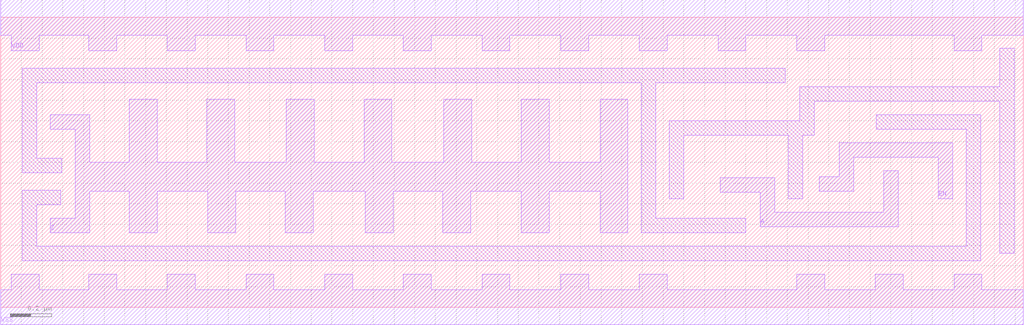
<source format=lef>
# 
# ******************************************************************************
# *                                                                            *
# *                   Copyright (C) 2004-2010, Nangate Inc.                    *
# *                           All rights reserved.                             *
# *                                                                            *
# * Nangate and the Nangate logo are trademarks of Nangate Inc.                *
# *                                                                            *
# * All trademarks, logos, software marks, and trade names (collectively the   *
# * "Marks") in this program are proprietary to Nangate or other respective    *
# * owners that have granted Nangate the right and license to use such Marks.  *
# * You are not permitted to use the Marks without the prior written consent   *
# * of Nangate or such third party that may own the Marks.                     *
# *                                                                            *
# * This file has been provided pursuant to a License Agreement containing     *
# * restrictions on its use. This file contains valuable trade secrets and     *
# * proprietary information of Nangate Inc., and is protected by U.S. and      *
# * international laws and/or treaties.                                        *
# *                                                                            *
# * The copyright notice(s) in this file does not indicate actual or intended  *
# * publication of this file.                                                  *
# *                                                                            *
# *     NGLibraryCreator, v2010.08-HR32-SP3-2010-08-05 - build 1009061800      *
# *                                                                            *
# ******************************************************************************
# 
# 
# Running on brazil06.nangate.com.br for user Giancarlo Franciscatto (gfr).
# Local time is now Fri, 3 Dec 2010, 19:32:18.
# Main process id is 27821.

VERSION 5.6 ;
BUSBITCHARS "[]" ;
DIVIDERCHAR "/" ;

MACRO TBUF_X16
  CLASS core ;
  FOREIGN TBUF_X16 0.0 0.0 ;
  ORIGIN 0 0 ;
  SYMMETRY X Y ;
  SITE FreePDK45_38x28_10R_NP_162NW_34O ;
  SIZE 4.94 BY 1.4 ;
  PIN A
    DIRECTION INPUT ;
    ANTENNAPARTIALMETALAREA 0.08575 LAYER metal1 ;
    ANTENNAPARTIALMETALSIDEAREA 0.3367 LAYER metal1 ;
    ANTENNAGATEAREA 0.209 ;
    PORT
      LAYER metal1 ;
        POLYGON 3.475 0.555 3.67 0.555 3.67 0.39 4.335 0.39 4.335 0.66 4.265 0.66 4.265 0.46 3.74 0.46 3.74 0.625 3.475 0.625  ;
    END
  END A
  PIN EN
    DIRECTION INPUT ;
    ANTENNAPARTIALMETALAREA 0.0707 LAYER metal1 ;
    ANTENNAPARTIALMETALSIDEAREA 0.2808 LAYER metal1 ;
    ANTENNAGATEAREA 0.15675 ;
    PORT
      LAYER metal1 ;
        POLYGON 3.955 0.56 4.12 0.56 4.12 0.725 4.53 0.725 4.53 0.525 4.6 0.525 4.6 0.795 4.05 0.795 4.05 0.63 3.955 0.63  ;
    END
  END EN
  PIN Z
    DIRECTION OUTPUT ;
    ANTENNAPARTIALMETALAREA 0.897925 LAYER metal1 ;
    ANTENNAPARTIALMETALSIDEAREA 1.8239 LAYER metal1 ;
    ANTENNADIFFAREA 1.0024 ;
    PORT
      LAYER metal1 ;
        POLYGON 0.24 0.86 0.36 0.86 0.36 0.43 0.24 0.43 0.24 0.36 0.43 0.36 0.43 0.56 0.62 0.56 0.62 0.36 0.755 0.36 0.755 0.56 1 0.56 1 0.36 1.135 0.36 1.135 0.56 1.375 0.56 1.375 0.36 1.51 0.36 1.51 0.56 1.76 0.56 1.76 0.36 1.895 0.36 1.895 0.56 2.135 0.56 2.135 0.36 2.27 0.36 2.27 0.56 2.515 0.56 2.515 0.36 2.65 0.36 2.65 0.56 2.895 0.56 2.895 0.36 3.03 0.36 3.03 1.005 2.895 1.005 2.895 0.7 2.65 0.7 2.65 1.005 2.515 1.005 2.515 0.7 2.275 0.7 2.275 1.005 2.14 1.005 2.14 0.7 1.89 0.7 1.89 1.005 1.755 1.005 1.755 0.7 1.515 0.7 1.515 1.005 1.38 1.005 1.38 0.7 1.13 0.7 1.13 1.005 0.995 1.005 0.995 0.7 0.755 0.7 0.755 1.005 0.62 1.005 0.62 0.7 0.43 0.7 0.43 0.93 0.24 0.93  ;
    END
  END Z
  PIN VDD
    DIRECTION INOUT ;
    USE power ;
    SHAPE ABUTMENT ;
    PORT
      LAYER metal1 ;
        POLYGON 0 1.315 0.05 1.315 0.05 1.24 0.185 1.24 0.185 1.315 0.425 1.315 0.425 1.24 0.56 1.24 0.56 1.315 0.805 1.315 0.805 1.24 0.94 1.24 0.94 1.315 1.185 1.315 1.185 1.24 1.32 1.24 1.32 1.315 1.565 1.315 1.565 1.24 1.7 1.24 1.7 1.315 1.945 1.315 1.945 1.24 2.08 1.24 2.08 1.315 2.325 1.315 2.325 1.24 2.46 1.24 2.46 1.315 2.705 1.315 2.705 1.24 2.84 1.24 2.84 1.315 3.085 1.315 3.085 1.24 3.22 1.24 3.22 1.315 3.465 1.315 3.465 1.24 3.6 1.24 3.6 1.315 3.79 1.315 3.845 1.315 3.845 1.24 3.98 1.24 3.98 1.315 4.605 1.315 4.605 1.24 4.74 1.24 4.74 1.315 4.895 1.315 4.94 1.315 4.94 1.485 4.895 1.485 3.79 1.485 0 1.485  ;
    END
  END VDD
  PIN VSS
    DIRECTION INOUT ;
    USE ground ;
    SHAPE ABUTMENT ;
    PORT
      LAYER metal1 ;
        POLYGON 0 -0.085 4.94 -0.085 4.94 0.085 4.74 0.085 4.74 0.16 4.605 0.16 4.605 0.085 4.36 0.085 4.36 0.16 4.225 0.16 4.225 0.085 3.98 0.085 3.98 0.16 3.845 0.16 3.845 0.085 3.22 0.085 3.22 0.16 3.085 0.16 3.085 0.085 2.84 0.085 2.84 0.16 2.705 0.16 2.705 0.085 2.46 0.085 2.46 0.16 2.325 0.16 2.325 0.085 2.08 0.085 2.08 0.16 1.945 0.16 1.945 0.085 1.7 0.085 1.7 0.16 1.565 0.16 1.565 0.085 1.32 0.085 1.32 0.16 1.185 0.16 1.185 0.085 0.94 0.085 0.94 0.16 0.805 0.16 0.805 0.085 0.56 0.085 0.56 0.16 0.425 0.16 0.425 0.085 0.185 0.085 0.185 0.16 0.05 0.16 0.05 0.085 0 0.085  ;
    END
  END VSS
  OBS
      LAYER metal1 ;
        POLYGON 3.165 1.085 3.79 1.085 3.79 1.155 0.105 1.155 0.105 0.65 0.295 0.65 0.295 0.72 0.175 0.72 0.175 1.085 3.095 1.085 3.095 0.36 3.6 0.36 3.6 0.43 3.165 0.43  ;
        POLYGON 4.23 0.86 4.665 0.86 4.665 0.295 0.175 0.295 0.175 0.495 0.29 0.495 0.29 0.565 0.105 0.565 0.105 0.225 4.735 0.225 4.735 0.93 4.23 0.93  ;
        POLYGON 3.23 0.525 3.3 0.525 3.3 0.83 3.805 0.83 3.805 0.525 3.875 0.525 3.875 0.83 3.93 0.83 3.93 0.995 4.825 0.995 4.825 0.26 4.895 0.26 4.895 1.25 4.825 1.25 4.825 1.065 3.86 1.065 3.86 0.9 3.23 0.9  ;
  END
END TBUF_X16

END LIBRARY
#
# End of file
#

</source>
